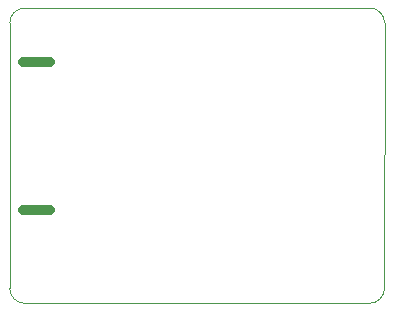
<source format=gm1>
%TF.GenerationSoftware,KiCad,Pcbnew,8.0.0*%
%TF.CreationDate,2024-03-08T16:01:42-06:00*%
%TF.ProjectId,led_dog_collar,6c65645f-646f-4675-9f63-6f6c6c61722e,rev?*%
%TF.SameCoordinates,Original*%
%TF.FileFunction,Profile,NP*%
%FSLAX46Y46*%
G04 Gerber Fmt 4.6, Leading zero omitted, Abs format (unit mm)*
G04 Created by KiCad (PCBNEW 8.0.0) date 2024-03-08 16:01:42*
%MOMM*%
%LPD*%
G01*
G04 APERTURE LIST*
%TA.AperFunction,Profile*%
%ADD10C,0.050000*%
%TD*%
%TA.AperFunction,Profile*%
%ADD11C,0.812800*%
%TD*%
G04 APERTURE END LIST*
D10*
X209549719Y-74194229D02*
X209554229Y-51723616D01*
X208284229Y-50460000D02*
G75*
G02*
X209554184Y-51723616I-29J-1270000D01*
G01*
X179085771Y-75459719D02*
X208286103Y-75464229D01*
X177819687Y-51734229D02*
X177815771Y-74196103D01*
X179085771Y-75459719D02*
G75*
G02*
X177815797Y-74196103I29J1270019D01*
G01*
X208284229Y-50460000D02*
X179083303Y-50464229D01*
X209549719Y-74194229D02*
G75*
G02*
X208286103Y-75464203I-1270019J29D01*
G01*
X177819687Y-51734229D02*
G75*
G02*
X179083303Y-50464203I1270013J29D01*
G01*
D11*
%TO.C,SW2*%
X178943000Y-55038600D02*
X181229000Y-55038600D01*
X178943000Y-67538600D02*
X181229000Y-67538600D01*
%TD*%
M02*

</source>
